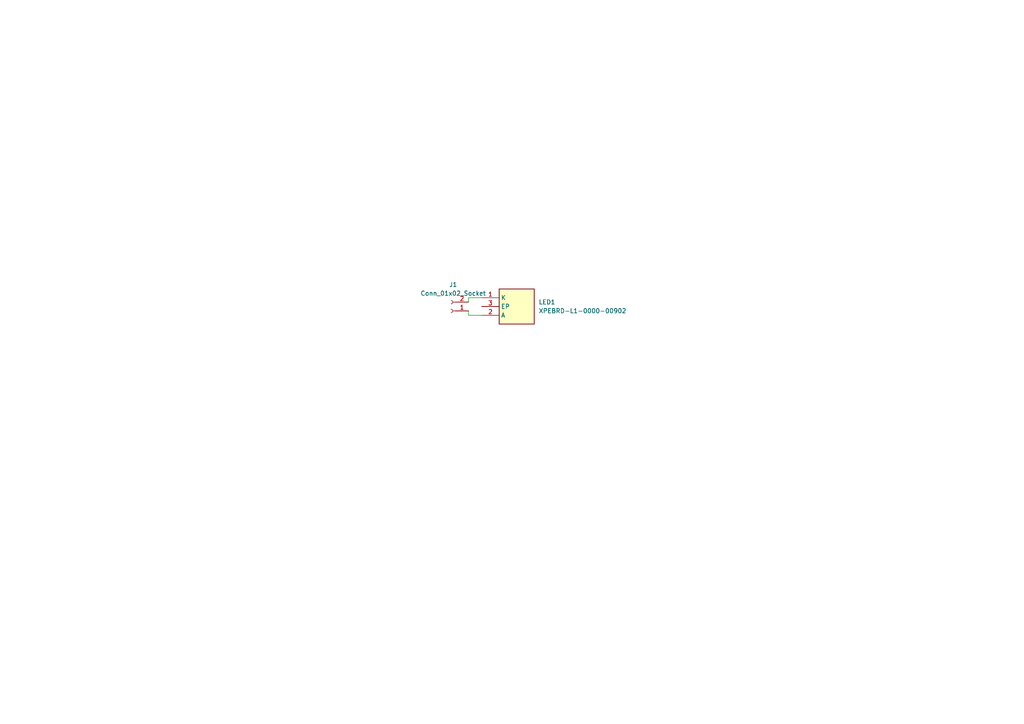
<source format=kicad_sch>
(kicad_sch (version 20231120) (generator "eeschema") (generator_version "8.0")
  (paper "A4")
  (lib_symbols
    (symbol "6_wave_stimulator:XPEBRD-L1-0000-00902"
      (property "Reference" "LED" (at 16.51 7.62 0))
      (property "Value" "XPEBRD-L1-0000-00902" (at 16.51 5.08 0))
      (symbol "XPEBRD-L1-0000-00902_1_1"
        (rectangle (start 5.08 2.54) (end 15.24 -7.62) (stroke (width 0.254)) (fill (type background)))
        (pin passive line (at 0 0 0) (length 5.08) (name "K") (number "1"))
        (pin passive line (at 0 -5.08 0) (length 5.08) (name "A") (number "2"))
        (pin passive line (at 0 -2.54 0) (length 5.08) (name "EP") (number "3"))
      )
    )
    (symbol "Connector:Conn_01x02_Socket" (pin_names (offset 1.016) hide)
      (property "Reference" "J" (at 0 2.54 0))
      (property "Value" "Conn_01x02_Socket" (at 0 -5.08 0))
      (symbol "Conn_01x02_Socket_1_1"
        (arc (start 0 -2.032) (mid -0.5058 -2.54) (end 0 -3.048) (stroke (width 0.1524)))
        (polyline (pts (xy -1.27 -2.54) (xy -0.508 -2.54)) (stroke (width 0.1524)))
        (polyline (pts (xy -1.27 0) (xy -0.508 0)) (stroke (width 0.1524)))
        (arc (start 0 0.508) (mid -0.5058 0) (end 0 -0.508) (stroke (width 0.1524)))
        (pin passive line (at -5.08 0 0) (length 3.81) (name "Pin_1") (number "1"))
        (pin passive line (at -5.08 -2.54 0) (length 3.81) (name "Pin_2") (number "2"))
      )
    )
  )
  (wire (pts (xy 135.89 91.44) (xy 139.7 91.44)))
  (wire (pts (xy 135.89 86.36) (xy 139.7 86.36)))
  (wire (pts (xy 135.89 90.17) (xy 135.89 91.44)))
  (wire (pts (xy 135.89 87.63) (xy 135.89 86.36)))
  (symbol (lib_id "6_wave_stimulator:XPEBRD-L1-0000-00902") (at 139.7 86.36 0) (unit 1)
    (property "Reference" "LED1" (at 156.21 87.6299 0) (effects (justify left)))
    (property "Value" "XPEBRD-L1-0000-00902" (at 156.21 90.1699 0) (effects (justify left)))
    (property "Footprint" "6_wave_stimulator:XPEBRDL1000000902" (effects (hide yes)))
    (property "Datasheet" "https://www.cree.com/led-components/media/documents/XLampXPE2.pdf" (effects (hide yes)))
    (property "Description" "High Power LEDs - Single Colour RED, 80.6lm" (effects (hide yes)))
    (property "Height" "2.39" (effects (hide yes)))
    (property "Mouser Part Number" "941-XPEBRDL100000902" (effects (hide yes)))
    (property "Mouser Price/Stock" "https://www.mouser.co.uk/ProductDetail/Cree-LED/XPEBRD-L1-0000-00902?qs=k72kBymvut%252BVpwGSaf240A%3D%3D" (effects (hide yes)))
    (property "Manufacturer_Name" "CREE LED" (effects (hide yes)))
    (property "Manufacturer_Part_Number" "XPEBRD-L1-0000-00902" (effects (hide yes)))
  )
  (symbol (lib_id "Connector:Conn_01x02_Socket") (at 130.81 90.17 180) (unit 1)
    (property "Reference" "J1" (at 131.445 82.55 0))
    (property "Value" "Conn_01x02_Socket" (at 131.445 85.09 0))
    (property "Footprint" "Connector_JST:JST_XH_B2B-XH-A_1x02_P2.50mm_Vertical" (effects (hide yes)))
    (property "Description" "Generic connector, single row, 01x02, script generated" (effects (hide yes)))
  )
)
</source>
